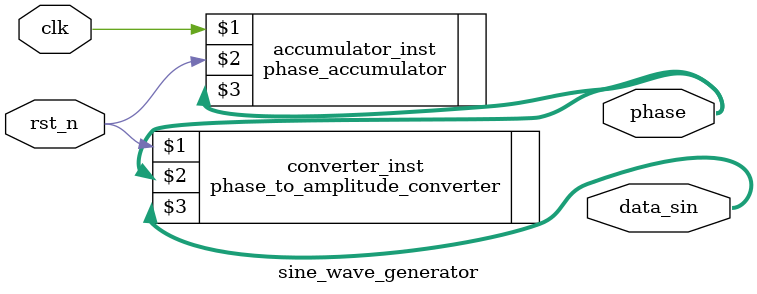
<source format=v>
module sine_wave_generator(  
									input clk,     // clock @ 1MHz
									input rst_n,     // reset signal
									output [9:0] phase,     // phase accumulator
									output [9:0] data_sin   // output sine wave values
    );    
        
	 
    phase_accumulator            accumulator_inst (clk, rst_n, phase);
    phase_to_amplitude_converter converter_inst   (rst_n, phase, data_sin);
	 
endmodule
</source>
